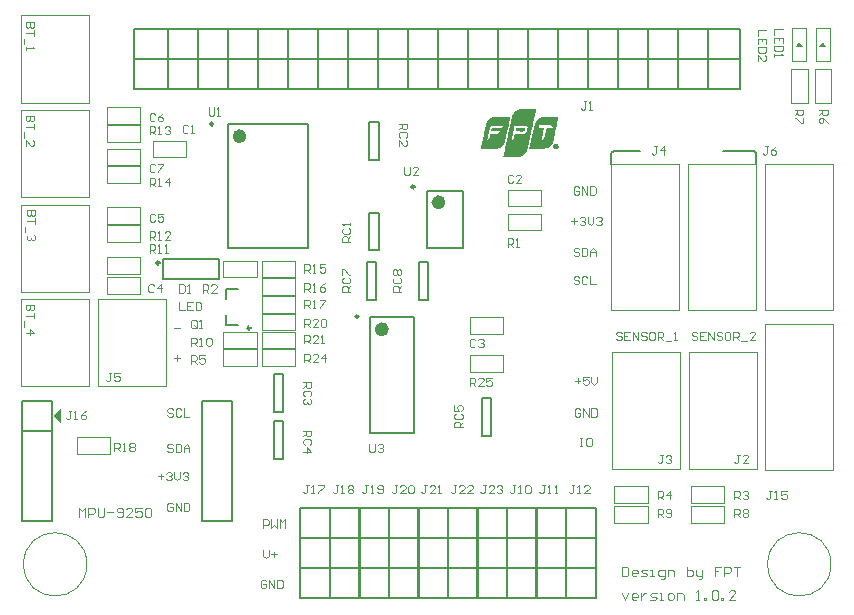
<source format=gto>
G04*
G04 #@! TF.GenerationSoftware,Altium Limited,Altium Designer,18.1.9 (240)*
G04*
G04 Layer_Color=65535*
%FSTAX24Y24*%
%MOIN*%
G70*
G01*
G75*
%ADD10C,0.0040*%
%ADD11C,0.0098*%
%ADD12C,0.0236*%
%ADD13C,0.0100*%
%ADD14C,0.0039*%
%ADD15C,0.0050*%
%ADD16C,0.0010*%
%ADD17C,0.0079*%
%ADD18R,0.0236X0.0039*%
G36*
X011325Y016331D02*
X011575Y016081D01*
Y016581D01*
X011325Y016331D01*
D02*
G37*
G36*
X036299Y028622D02*
X036063Y028622D01*
X036181Y02878D01*
X036299Y028622D01*
D02*
G37*
G36*
X037087D02*
X03685Y028622D01*
X036969Y02878D01*
X037087Y028622D01*
D02*
G37*
D10*
X037236Y011378D02*
G03*
X037236Y011378I-001055J0D01*
G01*
X012433D02*
G03*
X012433Y011378I-001055J0D01*
G01*
D11*
X017884Y019252D02*
G03*
X017884Y019252I-000049J0D01*
G01*
X023356Y023959D02*
G03*
X023356Y023959I-000049J0D01*
G01*
X016644Y026061D02*
G03*
X016644Y026061I-000049J0D01*
G01*
X021486Y019646D02*
G03*
X021486Y019646I-000049J0D01*
G01*
D12*
X024272Y023445D02*
G03*
X024272Y023445I-000118J0D01*
G01*
X017638Y02565D02*
G03*
X017638Y02565I-000118J0D01*
G01*
X022382Y019213D02*
G03*
X022382Y019213I-000118J0D01*
G01*
D13*
X014856Y02143D02*
G03*
X014856Y02143I-00005J0D01*
G01*
D14*
X014193Y026063D02*
Y026614D01*
X013091Y026063D02*
X014193D01*
X013091D02*
Y026614D01*
X014193D01*
Y024094D02*
Y024646D01*
X013091Y024094D02*
X014193D01*
X013091D02*
Y024646D01*
X014193D01*
Y022732D02*
Y023283D01*
X013091Y022732D02*
X014193D01*
X013091D02*
Y023283D01*
X014193D01*
Y020394D02*
Y020945D01*
X013091Y020394D02*
X014193D01*
X013091D02*
Y020945D01*
X014193D01*
X010236Y020441D02*
X0125D01*
Y02337D01*
X010236D02*
X0125D01*
X010236Y020441D02*
Y02337D01*
Y026756D02*
X0125D01*
Y029685D01*
X010236D02*
X0125D01*
X010236Y026756D02*
Y029685D01*
X03002Y013425D02*
X031122D01*
Y013976D01*
X03002D02*
X031122D01*
X03002Y013425D02*
Y013976D01*
X032579Y013425D02*
X033681D01*
Y013976D01*
X032579D02*
X033681D01*
X032579Y013425D02*
Y013976D01*
Y012756D02*
X033681D01*
Y013307D01*
X032579D02*
X033681D01*
X032579Y012756D02*
Y013307D01*
X013091Y024685D02*
X014193D01*
Y025236D01*
X013091D02*
X014193D01*
X013091Y024685D02*
Y025236D01*
Y025472D02*
X014193D01*
Y026024D01*
X013091D02*
X014193D01*
X013091Y025472D02*
Y026024D01*
X012106Y015606D02*
X013209D01*
X012106Y015055D02*
Y015606D01*
Y015055D02*
X013209D01*
Y015606D01*
X013091Y022126D02*
X014193D01*
Y022677D01*
X013091D02*
X014193D01*
X013091Y022126D02*
Y022677D01*
Y021063D02*
X014193D01*
Y021614D01*
X013091D02*
X014193D01*
X013091Y021063D02*
Y021614D01*
X016988Y018583D02*
X018091D01*
Y019134D01*
X016988D02*
X018091D01*
X016988Y018583D02*
Y019134D01*
X03002Y012756D02*
X031122D01*
Y013307D01*
X03002D02*
X031122D01*
X03002Y012756D02*
Y013307D01*
X035945Y029252D02*
X036417D01*
Y02815D02*
Y029252D01*
X035945Y02815D02*
X036417D01*
X035945D02*
Y029252D01*
X036732D02*
X037205D01*
Y02815D02*
Y029252D01*
X036732Y02815D02*
X037205D01*
X036732D02*
Y029252D01*
X029921Y01985D02*
X032185D01*
Y024732D01*
X029921D02*
X032185D01*
X029921Y01985D02*
Y024732D01*
X016988Y021496D02*
X018091D01*
X016988Y020945D02*
Y021496D01*
Y020945D02*
X018091D01*
Y021496D01*
X037244Y026772D02*
Y027874D01*
X036693D02*
X037244D01*
X036693Y026772D02*
Y027874D01*
Y026772D02*
X037244D01*
X036457D02*
Y027874D01*
X035906D02*
X036457D01*
X035906Y026772D02*
Y027874D01*
Y026772D02*
X036457D01*
X026476Y02252D02*
X027579D01*
Y023071D01*
X026476D02*
X027579D01*
X026476Y02252D02*
Y023071D01*
X016988Y018543D02*
X018091D01*
X016988Y017992D02*
Y018543D01*
Y017992D02*
X018091D01*
Y018543D01*
X018268Y020945D02*
X01937D01*
Y021496D01*
X018268D02*
X01937D01*
X018268Y020945D02*
Y021496D01*
Y020354D02*
X01937D01*
Y020906D01*
X018268D02*
X01937D01*
X018268Y020354D02*
Y020906D01*
Y019764D02*
X01937D01*
Y020315D01*
X018268D02*
X01937D01*
X018268Y019764D02*
Y020315D01*
Y019173D02*
X01937D01*
Y019724D01*
X018268D02*
X01937D01*
X018268Y019173D02*
Y019724D01*
Y018583D02*
X01937D01*
Y019134D01*
X018268D02*
X01937D01*
X018268Y018583D02*
Y019134D01*
Y017992D02*
X01937D01*
Y018543D01*
X018268D02*
X01937D01*
X018268Y017992D02*
Y018543D01*
X025197Y017795D02*
X026299D01*
Y018346D01*
X025197D02*
X026299D01*
X025197Y017795D02*
Y018346D01*
X014636Y025502D02*
X015738D01*
X014636Y024951D02*
Y025502D01*
Y024951D02*
X015738D01*
Y025502D01*
X026476Y023858D02*
X027579D01*
X026476Y023307D02*
Y023858D01*
Y023307D02*
X027579D01*
Y023858D01*
X025197Y019055D02*
X026299D01*
Y019606D01*
X025197D02*
X026299D01*
X025197Y019055D02*
Y019606D01*
X03248Y01985D02*
X034744D01*
Y024732D01*
X03248D02*
X034744D01*
X03248Y01985D02*
Y024732D01*
X029941Y018472D02*
X032205D01*
X029941Y014543D02*
Y018472D01*
Y014543D02*
X032205D01*
Y018472D01*
X0325D02*
X034764D01*
X0325Y014543D02*
Y018472D01*
Y014543D02*
X034764D01*
Y018472D01*
X012795Y017307D02*
Y020236D01*
X015059D01*
Y017307D02*
Y020236D01*
X012795Y017307D02*
X015059D01*
X035039Y01985D02*
X037303D01*
Y024732D01*
X035039D02*
X037303D01*
X035039Y01985D02*
Y024732D01*
X010236Y023606D02*
Y026535D01*
X0125D01*
Y023606D02*
Y026535D01*
X010236Y023606D02*
X0125D01*
X010236Y017307D02*
Y020236D01*
X0125D01*
Y017307D02*
Y020236D01*
X010236Y017307D02*
X0125D01*
X035039Y01452D02*
X037303D01*
Y019402D01*
X035039D02*
X037303D01*
X035039Y01452D02*
Y019402D01*
X014711Y026371D02*
X014665Y026417D01*
X014573D01*
X014528Y026371D01*
Y026188D01*
X014573Y026142D01*
X014665D01*
X014711Y026188D01*
X014987Y026417D02*
X014895Y026371D01*
X014803Y026279D01*
Y026188D01*
X014849Y026142D01*
X014941D01*
X014987Y026188D01*
Y026234D01*
X014941Y026279D01*
X014803D01*
X014711Y024678D02*
X014665Y024724D01*
X014573D01*
X014528Y024678D01*
Y024495D01*
X014573Y024449D01*
X014665D01*
X014711Y024495D01*
X014803Y024724D02*
X014987D01*
Y024678D01*
X014803Y024495D01*
Y024449D01*
X014711Y023025D02*
X014665Y023071D01*
X014573D01*
X014528Y023025D01*
Y022841D01*
X014573Y022795D01*
X014665D01*
X014711Y022841D01*
X014987Y023071D02*
X014803D01*
Y022933D01*
X014895Y022979D01*
X014941D01*
X014987Y022933D01*
Y022841D01*
X014941Y022795D01*
X014849D01*
X014803Y022841D01*
X014672Y020671D02*
X014626Y020716D01*
X014534D01*
X014488Y020671D01*
Y020487D01*
X014534Y020441D01*
X014626D01*
X014672Y020487D01*
X014901Y020441D02*
Y020716D01*
X014764Y020579D01*
X014947D01*
X030276Y010407D02*
X030381Y010197D01*
X030485Y010407D01*
X030748Y010197D02*
X030643D01*
X03059Y010249D01*
Y010354D01*
X030643Y010407D01*
X030748D01*
X0308Y010354D01*
Y010302D01*
X03059D01*
X030905Y010407D02*
Y010197D01*
Y010302D01*
X030958Y010354D01*
X03101Y010407D01*
X031063D01*
X03122Y010197D02*
X031378D01*
X03143Y010249D01*
X031378Y010302D01*
X031273D01*
X03122Y010354D01*
X031273Y010407D01*
X03143D01*
X031535Y010197D02*
X03164D01*
X031588D01*
Y010407D01*
X031535D01*
X03185Y010197D02*
X031955D01*
X032007Y010249D01*
Y010354D01*
X031955Y010407D01*
X03185D01*
X031797Y010354D01*
Y010249D01*
X03185Y010197D01*
X032112D02*
Y010407D01*
X03227D01*
X032322Y010354D01*
Y010197D01*
X032742D02*
X032847D01*
X032794D01*
Y010512D01*
X032742Y010459D01*
X033004Y010197D02*
Y010249D01*
X033057D01*
Y010197D01*
X033004D01*
X033267Y010459D02*
X033319Y010512D01*
X033424D01*
X033477Y010459D01*
Y010249D01*
X033424Y010197D01*
X033319D01*
X033267Y010249D01*
Y010459D01*
X033582Y010197D02*
Y010249D01*
X033634D01*
Y010197D01*
X033582D01*
X034054D02*
X033844D01*
X034054Y010407D01*
Y010459D01*
X034001Y010512D01*
X033896D01*
X033844Y010459D01*
X030276Y011299D02*
Y010984D01*
X030433D01*
X030485Y011037D01*
Y011247D01*
X030433Y011299D01*
X030276D01*
X030748Y010984D02*
X030643D01*
X03059Y011037D01*
Y011142D01*
X030643Y011194D01*
X030748D01*
X0308Y011142D01*
Y011089D01*
X03059D01*
X030905Y010984D02*
X031063D01*
X031115Y011037D01*
X031063Y011089D01*
X030958D01*
X030905Y011142D01*
X030958Y011194D01*
X031115D01*
X03122Y010984D02*
X031325D01*
X031273D01*
Y011194D01*
X03122D01*
X031588Y010879D02*
X03164D01*
X031692Y010932D01*
Y011194D01*
X031535D01*
X031483Y011142D01*
Y011037D01*
X031535Y010984D01*
X031692D01*
X031797D02*
Y011194D01*
X031955D01*
X032007Y011142D01*
Y010984D01*
X032427Y011299D02*
Y010984D01*
X032585D01*
X032637Y011037D01*
Y011089D01*
Y011142D01*
X032585Y011194D01*
X032427D01*
X032742D02*
Y011037D01*
X032794Y010984D01*
X032952D01*
Y010932D01*
X032899Y010879D01*
X032847D01*
X032952Y010984D02*
Y011194D01*
X033582Y011299D02*
X033372D01*
Y011142D01*
X033477D01*
X033372D01*
Y010984D01*
X033687D02*
Y011299D01*
X033844D01*
X033896Y011247D01*
Y011142D01*
X033844Y011089D01*
X033687D01*
X034001Y011299D02*
X034211D01*
X034106D01*
Y010984D01*
X012165Y012953D02*
Y013268D01*
X01227Y013163D01*
X012375Y013268D01*
Y012953D01*
X01248D02*
Y013268D01*
X012638D01*
X01269Y013215D01*
Y01311D01*
X012638Y013058D01*
X01248D01*
X012795Y013268D02*
Y013005D01*
X012848Y012953D01*
X012953D01*
X013005Y013005D01*
Y013268D01*
X01311Y01311D02*
X01332D01*
X013425Y013005D02*
X013477Y012953D01*
X013582D01*
X013635Y013005D01*
Y013215D01*
X013582Y013268D01*
X013477D01*
X013425Y013215D01*
Y013163D01*
X013477Y01311D01*
X013635D01*
X01395Y012953D02*
X01374D01*
X01395Y013163D01*
Y013215D01*
X013897Y013268D01*
X013792D01*
X01374Y013215D01*
X014264Y013268D02*
X014055D01*
Y01311D01*
X014159Y013163D01*
X014212D01*
X014264Y01311D01*
Y013005D01*
X014212Y012953D01*
X014107D01*
X014055Y013005D01*
X014369Y013215D02*
X014422Y013268D01*
X014527D01*
X014579Y013215D01*
Y013005D01*
X014527Y012953D01*
X014422D01*
X014369Y013005D01*
Y013215D01*
X028858Y01559D02*
X02895D01*
X028904D01*
Y015315D01*
X028858D01*
X02895D01*
X029226Y01559D02*
X029134D01*
X029088Y015545D01*
Y015361D01*
X029134Y015315D01*
X029226D01*
X029272Y015361D01*
Y015545D01*
X029226Y01559D01*
X028701Y0175D02*
X028884D01*
X028793Y017592D02*
Y017408D01*
X02916Y017638D02*
X028976D01*
Y0175D01*
X029068Y017546D01*
X029114D01*
X02916Y0175D01*
Y017408D01*
X029114Y017362D01*
X029022D01*
X028976Y017408D01*
X029252Y017638D02*
Y017454D01*
X029344Y017362D01*
X029435Y017454D01*
Y017638D01*
X028884Y016529D02*
X028839Y016575D01*
X028747D01*
X028701Y016529D01*
Y016345D01*
X028747Y016299D01*
X028839D01*
X028884Y016345D01*
Y016437D01*
X028793D01*
X028976Y016299D02*
Y016575D01*
X02916Y016299D01*
Y016575D01*
X029252D02*
Y016299D01*
X02939D01*
X029435Y016345D01*
Y016529D01*
X02939Y016575D01*
X029252D01*
X032782Y019088D02*
X032736Y019134D01*
X032644D01*
X032598Y019088D01*
Y019042D01*
X032644Y018996D01*
X032736D01*
X032782Y01895D01*
Y018904D01*
X032736Y018858D01*
X032644D01*
X032598Y018904D01*
X033058Y019134D02*
X032874D01*
Y018858D01*
X033058D01*
X032874Y018996D02*
X032966D01*
X033149Y018858D02*
Y019134D01*
X033333Y018858D01*
Y019134D01*
X033609Y019088D02*
X033563Y019134D01*
X033471D01*
X033425Y019088D01*
Y019042D01*
X033471Y018996D01*
X033563D01*
X033609Y01895D01*
Y018904D01*
X033563Y018858D01*
X033471D01*
X033425Y018904D01*
X033838Y019134D02*
X033746D01*
X0337Y019088D01*
Y018904D01*
X033746Y018858D01*
X033838D01*
X033884Y018904D01*
Y019088D01*
X033838Y019134D01*
X033976Y018858D02*
Y019134D01*
X034114D01*
X03416Y019088D01*
Y018996D01*
X034114Y01895D01*
X033976D01*
X034068D02*
X03416Y018858D01*
X034251Y018812D02*
X034435D01*
X034711Y018858D02*
X034527D01*
X034711Y019042D01*
Y019088D01*
X034665Y019134D01*
X034573D01*
X034527Y019088D01*
X030262D02*
X030216Y019134D01*
X030125D01*
X030079Y019088D01*
Y019042D01*
X030125Y018996D01*
X030216D01*
X030262Y01895D01*
Y018904D01*
X030216Y018858D01*
X030125D01*
X030079Y018904D01*
X030538Y019134D02*
X030354D01*
Y018858D01*
X030538D01*
X030354Y018996D02*
X030446D01*
X03063Y018858D02*
Y019134D01*
X030813Y018858D01*
Y019134D01*
X031089Y019088D02*
X031043Y019134D01*
X030951D01*
X030905Y019088D01*
Y019042D01*
X030951Y018996D01*
X031043D01*
X031089Y01895D01*
Y018904D01*
X031043Y018858D01*
X030951D01*
X030905Y018904D01*
X031319Y019134D02*
X031227D01*
X031181Y019088D01*
Y018904D01*
X031227Y018858D01*
X031319D01*
X031364Y018904D01*
Y019088D01*
X031319Y019134D01*
X031456Y018858D02*
Y019134D01*
X031594D01*
X03164Y019088D01*
Y018996D01*
X031594Y01895D01*
X031456D01*
X031548D02*
X03164Y018858D01*
X031732Y018812D02*
X031915D01*
X032007Y018858D02*
X032099D01*
X032053D01*
Y019134D01*
X032007Y019088D01*
X028845Y021883D02*
X028799Y021929D01*
X028707D01*
X028661Y021883D01*
Y021837D01*
X028707Y021791D01*
X028799D01*
X028845Y021745D01*
Y021699D01*
X028799Y021654D01*
X028707D01*
X028661Y021699D01*
X028937Y021929D02*
Y021654D01*
X029075D01*
X029121Y021699D01*
Y021883D01*
X029075Y021929D01*
X028937D01*
X029212Y021654D02*
Y021837D01*
X029304Y021929D01*
X029396Y021837D01*
Y021654D01*
Y021791D01*
X029212D01*
X028845Y020938D02*
X028799Y020984D01*
X028707D01*
X028661Y020938D01*
Y020892D01*
X028707Y020846D01*
X028799D01*
X028845Y0208D01*
Y020755D01*
X028799Y020709D01*
X028707D01*
X028661Y020755D01*
X029121Y020938D02*
X029075Y020984D01*
X028983D01*
X028937Y020938D01*
Y020755D01*
X028983Y020709D01*
X029075D01*
X029121Y020755D01*
X029212Y020984D02*
Y020709D01*
X029396D01*
X028583Y022815D02*
X028766D01*
X028675Y022907D02*
Y022723D01*
X028858Y022907D02*
X028904Y022953D01*
X028996D01*
X029042Y022907D01*
Y022861D01*
X028996Y022815D01*
X02895D01*
X028996D01*
X029042Y022769D01*
Y022723D01*
X028996Y022677D01*
X028904D01*
X028858Y022723D01*
X029134Y022953D02*
Y022769D01*
X029226Y022677D01*
X029317Y022769D01*
Y022953D01*
X029409Y022907D02*
X029455Y022953D01*
X029547D01*
X029593Y022907D01*
Y022861D01*
X029547Y022815D01*
X029501D01*
X029547D01*
X029593Y022769D01*
Y022723D01*
X029547Y022677D01*
X029455D01*
X029409Y022723D01*
X028845Y02393D02*
X028799Y023976D01*
X028707D01*
X028661Y02393D01*
Y023747D01*
X028707Y023701D01*
X028799D01*
X028845Y023747D01*
Y023839D01*
X028753D01*
X028937Y023701D02*
Y023976D01*
X029121Y023701D01*
Y023976D01*
X029212D02*
Y023701D01*
X02935D01*
X029396Y023747D01*
Y02393D01*
X02935Y023976D01*
X029212D01*
X010669Y020039D02*
X010394D01*
Y019902D01*
X01044Y019856D01*
X010486D01*
X010531Y019902D01*
Y020039D01*
Y019902D01*
X010577Y019856D01*
X010623D01*
X010669Y019902D01*
Y020039D01*
Y019764D02*
Y01958D01*
Y019672D01*
X010394D01*
X010348Y019488D02*
Y019305D01*
X010394Y019075D02*
X010669D01*
X010531Y019213D01*
Y019029D01*
X010709Y023189D02*
X010433D01*
Y023051D01*
X010479Y023005D01*
X010525D01*
X010571Y023051D01*
Y023189D01*
Y023051D01*
X010617Y023005D01*
X010663D01*
X010709Y023051D01*
Y023189D01*
Y022913D02*
Y02273D01*
Y022822D01*
X010433D01*
X010387Y022638D02*
Y022454D01*
X010663Y022362D02*
X010709Y022317D01*
Y022225D01*
X010663Y022179D01*
X010617D01*
X010571Y022225D01*
Y022271D01*
Y022225D01*
X010525Y022179D01*
X010479D01*
X010433Y022225D01*
Y022317D01*
X010479Y022362D01*
X010669Y026339D02*
X010394D01*
Y026201D01*
X01044Y026155D01*
X010486D01*
X010531Y026201D01*
Y026339D01*
Y026201D01*
X010577Y026155D01*
X010623D01*
X010669Y026201D01*
Y026339D01*
Y026063D02*
Y025879D01*
Y025971D01*
X010394D01*
X010348Y025788D02*
Y025604D01*
X010394Y025328D02*
Y025512D01*
X010577Y025328D01*
X010623D01*
X010669Y025374D01*
Y025466D01*
X010623Y025512D01*
X010669Y029449D02*
X010394D01*
Y029311D01*
X01044Y029265D01*
X010486D01*
X010531Y029311D01*
Y029449D01*
Y029311D01*
X010577Y029265D01*
X010623D01*
X010669Y029311D01*
Y029449D01*
Y029173D02*
Y02899D01*
Y029081D01*
X010394D01*
X010348Y028898D02*
Y028714D01*
X010394Y028622D02*
Y02853D01*
Y028576D01*
X010669D01*
X010623Y028622D01*
X015354Y018248D02*
X015538D01*
X015446Y01834D02*
Y018156D01*
X015354Y019272D02*
X015538D01*
X015512Y020118D02*
Y019843D01*
X015695D01*
X015971Y020118D02*
X015787D01*
Y019843D01*
X015971D01*
X015787Y01998D02*
X015879D01*
X016063Y020118D02*
Y019843D01*
X016201D01*
X016246Y019888D01*
Y020072D01*
X016201Y020118D01*
X016063D01*
X015302Y013379D02*
X015256Y013425D01*
X015164D01*
X015118Y013379D01*
Y013196D01*
X015164Y01315D01*
X015256D01*
X015302Y013196D01*
Y013287D01*
X01521D01*
X015394Y01315D02*
Y013425D01*
X015577Y01315D01*
Y013425D01*
X015669D02*
Y01315D01*
X015807D01*
X015853Y013196D01*
Y013379D01*
X015807Y013425D01*
X015669D01*
X014803Y014311D02*
X014987D01*
X014895Y014403D02*
Y014219D01*
X015079Y014403D02*
X015125Y014449D01*
X015216D01*
X015262Y014403D01*
Y014357D01*
X015216Y014311D01*
X01517D01*
X015216D01*
X015262Y014265D01*
Y014219D01*
X015216Y014173D01*
X015125D01*
X015079Y014219D01*
X015354Y014449D02*
Y014265D01*
X015446Y014173D01*
X015538Y014265D01*
Y014449D01*
X01563Y014403D02*
X015676Y014449D01*
X015767D01*
X015813Y014403D01*
Y014357D01*
X015767Y014311D01*
X015721D01*
X015767D01*
X015813Y014265D01*
Y014219D01*
X015767Y014173D01*
X015676D01*
X01563Y014219D01*
X015302Y016529D02*
X015256Y016575D01*
X015164D01*
X015118Y016529D01*
Y016483D01*
X015164Y016437D01*
X015256D01*
X015302Y016391D01*
Y016345D01*
X015256Y016299D01*
X015164D01*
X015118Y016345D01*
X015577Y016529D02*
X015531Y016575D01*
X01544D01*
X015394Y016529D01*
Y016345D01*
X01544Y016299D01*
X015531D01*
X015577Y016345D01*
X015669Y016575D02*
Y016299D01*
X015853D01*
X015302Y015348D02*
X015256Y015394D01*
X015164D01*
X015118Y015348D01*
Y015302D01*
X015164Y015256D01*
X015256D01*
X015302Y01521D01*
Y015164D01*
X015256Y015118D01*
X015164D01*
X015118Y015164D01*
X015394Y015394D02*
Y015118D01*
X015531D01*
X015577Y015164D01*
Y015348D01*
X015531Y015394D01*
X015394D01*
X015669Y015118D02*
Y015302D01*
X015761Y015394D01*
X015853Y015302D01*
Y015118D01*
Y015256D01*
X015669D01*
X018412Y01082D02*
X018366Y010866D01*
X018274D01*
X018228Y01082D01*
Y010636D01*
X018274Y010591D01*
X018366D01*
X018412Y010636D01*
Y010728D01*
X01832D01*
X018504Y010591D02*
Y010866D01*
X018688Y010591D01*
Y010866D01*
X018779D02*
Y010591D01*
X018917D01*
X018963Y010636D01*
Y01082D01*
X018917Y010866D01*
X018779D01*
X018307Y01185D02*
Y011667D01*
X018399Y011575D01*
X018491Y011667D01*
Y01185D01*
X018583Y011713D02*
X018766D01*
X018674Y011804D02*
Y011621D01*
X018307Y012598D02*
Y012874D01*
X018445D01*
X018491Y012828D01*
Y012736D01*
X018445Y01269D01*
X018307D01*
X018583Y012874D02*
Y012598D01*
X018674Y01269D01*
X018766Y012598D01*
Y012874D01*
X018858Y012598D02*
Y012874D01*
X01895Y012782D01*
X019042Y012874D01*
Y012598D01*
X013346Y01515D02*
Y015425D01*
X013484D01*
X01353Y01538D01*
Y015288D01*
X013484Y015242D01*
X013346D01*
X013438D02*
X01353Y01515D01*
X013622D02*
X013714D01*
X013668D01*
Y015425D01*
X013622Y01538D01*
X013852D02*
X013897Y015425D01*
X013989D01*
X014035Y01538D01*
Y015334D01*
X013989Y015288D01*
X014035Y015242D01*
Y015196D01*
X013989Y01515D01*
X013897D01*
X013852Y015196D01*
Y015242D01*
X013897Y015288D01*
X013852Y015334D01*
Y01538D01*
X013897Y015288D02*
X013989D01*
X014528Y023976D02*
Y024252D01*
X014665D01*
X014711Y024206D01*
Y024114D01*
X014665Y024068D01*
X014528D01*
X014619D02*
X014711Y023976D01*
X014803D02*
X014895D01*
X014849D01*
Y024252D01*
X014803Y024206D01*
X01517Y023976D02*
Y024252D01*
X015033Y024114D01*
X015216D01*
X014528Y025709D02*
Y025984D01*
X014665D01*
X014711Y025938D01*
Y025846D01*
X014665Y0258D01*
X014528D01*
X014619D02*
X014711Y025709D01*
X014803D02*
X014895D01*
X014849D01*
Y025984D01*
X014803Y025938D01*
X015033D02*
X015079Y025984D01*
X01517D01*
X015216Y025938D01*
Y025892D01*
X01517Y025846D01*
X015124D01*
X01517D01*
X015216Y0258D01*
Y025755D01*
X01517Y025709D01*
X015079D01*
X015033Y025755D01*
X034016Y012953D02*
Y013228D01*
X034153D01*
X034199Y013182D01*
Y013091D01*
X034153Y013045D01*
X034016D01*
X034108D02*
X034199Y012953D01*
X034291Y013182D02*
X034337Y013228D01*
X034429D01*
X034475Y013182D01*
Y013136D01*
X034429Y013091D01*
X034475Y013045D01*
Y012999D01*
X034429Y012953D01*
X034337D01*
X034291Y012999D01*
Y013045D01*
X034337Y013091D01*
X034291Y013136D01*
Y013182D01*
X034337Y013091D02*
X034429D01*
X031457Y013543D02*
Y013819D01*
X031594D01*
X03164Y013773D01*
Y013681D01*
X031594Y013635D01*
X031457D01*
X031549D02*
X03164Y013543D01*
X03187D02*
Y013819D01*
X031732Y013681D01*
X031916D01*
X034016Y013543D02*
Y013819D01*
X034153D01*
X034199Y013773D01*
Y013681D01*
X034153Y013635D01*
X034016D01*
X034108D02*
X034199Y013543D01*
X034291Y013773D02*
X034337Y013819D01*
X034429D01*
X034475Y013773D01*
Y013727D01*
X034429Y013681D01*
X034383D01*
X034429D01*
X034475Y013635D01*
Y013589D01*
X034429Y013543D01*
X034337D01*
X034291Y013589D01*
X016089Y019298D02*
Y019482D01*
X016043Y019527D01*
X015951D01*
X015906Y019482D01*
Y019298D01*
X015951Y019252D01*
X016043D01*
X015997Y019344D02*
X016089Y019252D01*
X016043D02*
X016089Y019298D01*
X016181Y019252D02*
X016273D01*
X016227D01*
Y019527D01*
X016181Y019482D01*
X014528Y022205D02*
Y02248D01*
X014665D01*
X014711Y022434D01*
Y022342D01*
X014665Y022297D01*
X014528D01*
X014619D02*
X014711Y022205D01*
X014803D02*
X014895D01*
X014849D01*
Y02248D01*
X014803Y022434D01*
X015216Y022205D02*
X015033D01*
X015216Y022388D01*
Y022434D01*
X01517Y02248D01*
X015079D01*
X015033Y022434D01*
X014528Y021772D02*
Y022047D01*
X014665D01*
X014711Y022001D01*
Y021909D01*
X014665Y021863D01*
X014528D01*
X014619D02*
X014711Y021772D01*
X014803D02*
X014895D01*
X014849D01*
Y022047D01*
X014803Y022001D01*
X015033Y021772D02*
X015124D01*
X015079D01*
Y022047D01*
X015033Y022001D01*
X015906Y018661D02*
Y018937D01*
X016043D01*
X016089Y018891D01*
Y018799D01*
X016043Y018753D01*
X015906D01*
X015997D02*
X016089Y018661D01*
X016181D02*
X016273D01*
X016227D01*
Y018937D01*
X016181Y018891D01*
X016411D02*
X016457Y018937D01*
X016548D01*
X016594Y018891D01*
Y018707D01*
X016548Y018661D01*
X016457D01*
X016411Y018707D01*
Y018891D01*
X031457Y012953D02*
Y013228D01*
X031594D01*
X03164Y013182D01*
Y013091D01*
X031594Y013045D01*
X031457D01*
X031549D02*
X03164Y012953D01*
X031732Y012999D02*
X031778Y012953D01*
X03187D01*
X031916Y012999D01*
Y013182D01*
X03187Y013228D01*
X031778D01*
X031732Y013182D01*
Y013136D01*
X031778Y013091D01*
X031916D01*
X035079Y029173D02*
X034803D01*
Y02899D01*
X035079Y028714D02*
Y028898D01*
X034803D01*
Y028714D01*
X034941Y028898D02*
Y028806D01*
X035079Y028622D02*
X034803D01*
Y028484D01*
X034849Y028439D01*
X035033D01*
X035079Y028484D01*
Y028622D01*
X034803Y028163D02*
Y028347D01*
X034987Y028163D01*
X035033D01*
X035079Y028209D01*
Y028301D01*
X035033Y028347D01*
X03563Y029213D02*
X035354D01*
Y029029D01*
X03563Y028753D02*
Y028937D01*
X035354D01*
Y028753D01*
X035492Y028937D02*
Y028845D01*
X03563Y028662D02*
X035354D01*
Y028524D01*
X0354Y028478D01*
X035584D01*
X03563Y028524D01*
Y028662D01*
X035354Y028386D02*
Y028294D01*
Y02834D01*
X03563D01*
X035584Y028386D01*
X031444Y025315D02*
X031352D01*
X031398D01*
Y025085D01*
X031352Y025039D01*
X031306D01*
X03126Y025085D01*
X031673Y025039D02*
Y025315D01*
X031535Y025177D01*
X031719D01*
X022913Y020472D02*
X022638D01*
Y02061D01*
X022684Y020656D01*
X022776D01*
X022822Y02061D01*
Y020472D01*
Y020564D02*
X022913Y020656D01*
X022684Y020932D02*
X022638Y020886D01*
Y020794D01*
X022684Y020748D01*
X022867D01*
X022913Y020794D01*
Y020886D01*
X022867Y020932D01*
X022684Y021023D02*
X022638Y021069D01*
Y021161D01*
X022684Y021207D01*
X02273D01*
X022776Y021161D01*
X022822Y021207D01*
X022867D01*
X022913Y021161D01*
Y021069D01*
X022867Y021023D01*
X022822D01*
X022776Y021069D01*
X02273Y021023D01*
X022684D01*
X022776Y021069D02*
Y021161D01*
X02122Y020472D02*
X020945D01*
Y02061D01*
X020991Y020656D01*
X021083D01*
X021129Y02061D01*
Y020472D01*
Y020564D02*
X02122Y020656D01*
X020991Y020932D02*
X020945Y020886D01*
Y020794D01*
X020991Y020748D01*
X021175D01*
X02122Y020794D01*
Y020886D01*
X021175Y020932D01*
X020945Y021023D02*
Y021207D01*
X020991D01*
X021175Y021023D01*
X02122D01*
X023015Y024635D02*
Y024405D01*
X023061Y024359D01*
X023153D01*
X023199Y024405D01*
Y024635D01*
X023474Y024359D02*
X023291D01*
X023474Y024543D01*
Y024589D01*
X023428Y024635D01*
X023337D01*
X023291Y024589D01*
X02185Y015394D02*
Y015164D01*
X021896Y015118D01*
X021988D01*
X022034Y015164D01*
Y015394D01*
X022126Y015348D02*
X022172Y015394D01*
X022264D01*
X02231Y015348D01*
Y015302D01*
X022264Y015256D01*
X022218D01*
X022264D01*
X02231Y01521D01*
Y015164D01*
X022264Y015118D01*
X022172D01*
X022126Y015164D01*
X016496Y026614D02*
Y026384D01*
X016542Y026339D01*
X016634D01*
X01668Y026384D01*
Y026614D01*
X016772Y026339D02*
X016863D01*
X016817D01*
Y026614D01*
X016772Y026568D01*
X024961Y015945D02*
X024685D01*
Y016083D01*
X024731Y016129D01*
X024823D01*
X024869Y016083D01*
Y015945D01*
Y016037D02*
X024961Y016129D01*
X024731Y016404D02*
X024685Y016358D01*
Y016266D01*
X024731Y01622D01*
X024915D01*
X024961Y016266D01*
Y016358D01*
X024915Y016404D01*
X024685Y01668D02*
Y016496D01*
X024823D01*
X024777Y016588D01*
Y016634D01*
X024823Y01668D01*
X024915D01*
X024961Y016634D01*
Y016542D01*
X024915Y016496D01*
X019646Y015827D02*
X019921D01*
Y015689D01*
X019875Y015643D01*
X019783D01*
X019737Y015689D01*
Y015827D01*
Y015735D02*
X019646Y015643D01*
X019875Y015368D02*
X019921Y015414D01*
Y015505D01*
X019875Y015551D01*
X019692D01*
X019646Y015505D01*
Y015414D01*
X019692Y015368D01*
X019646Y015138D02*
X019921D01*
X019783Y015276D01*
Y015092D01*
X019646Y017441D02*
X019921D01*
Y017303D01*
X019875Y017257D01*
X019783D01*
X019737Y017303D01*
Y017441D01*
Y017349D02*
X019646Y017257D01*
X019875Y016982D02*
X019921Y017028D01*
Y01712D01*
X019875Y017165D01*
X019692D01*
X019646Y01712D01*
Y017028D01*
X019692Y016982D01*
X019875Y01689D02*
X019921Y016844D01*
Y016752D01*
X019875Y016706D01*
X019829D01*
X019783Y016752D01*
Y016798D01*
Y016752D01*
X019737Y016706D01*
X019692D01*
X019646Y016752D01*
Y016844D01*
X019692Y01689D01*
X02122Y022126D02*
X020945D01*
Y022264D01*
X020991Y02231D01*
X021083D01*
X021129Y022264D01*
Y022126D01*
Y022218D02*
X02122Y02231D01*
X020991Y022585D02*
X020945Y022539D01*
Y022447D01*
X020991Y022401D01*
X021175D01*
X02122Y022447D01*
Y022539D01*
X021175Y022585D01*
X02122Y022677D02*
Y022769D01*
Y022723D01*
X020945D01*
X020991Y022677D01*
X022835Y026063D02*
X02311D01*
Y025925D01*
X023064Y025879D01*
X022972D01*
X022926Y025925D01*
Y026063D01*
Y025971D02*
X022835Y025879D01*
X023064Y025604D02*
X02311Y02565D01*
Y025742D01*
X023064Y025787D01*
X022881D01*
X022835Y025742D01*
Y02565D01*
X022881Y025604D01*
X022835Y025328D02*
Y025512D01*
X023018Y025328D01*
X023064D01*
X02311Y025374D01*
Y025466D01*
X023064Y025512D01*
X025197Y017323D02*
Y017598D01*
X025335D01*
X025381Y017552D01*
Y017461D01*
X025335Y017415D01*
X025197D01*
X025289D02*
X025381Y017323D01*
X025656D02*
X025472D01*
X025656Y017507D01*
Y017552D01*
X02561Y017598D01*
X025518D01*
X025472Y017552D01*
X025932Y017598D02*
X025748D01*
Y017461D01*
X02584Y017507D01*
X025886D01*
X025932Y017461D01*
Y017369D01*
X025886Y017323D01*
X025794D01*
X025748Y017369D01*
X019685Y01811D02*
Y018386D01*
X019823D01*
X019869Y01834D01*
Y018248D01*
X019823Y018202D01*
X019685D01*
X019777D02*
X019869Y01811D01*
X020144D02*
X019961D01*
X020144Y018294D01*
Y01834D01*
X020098Y018386D01*
X020006D01*
X019961Y01834D01*
X020374Y01811D02*
Y018386D01*
X020236Y018248D01*
X02042D01*
X019685Y01874D02*
Y019016D01*
X019823D01*
X019869Y01897D01*
Y018878D01*
X019823Y018832D01*
X019685D01*
X019777D02*
X019869Y01874D01*
X020144D02*
X019961D01*
X020144Y018924D01*
Y01897D01*
X020098Y019016D01*
X020006D01*
X019961Y01897D01*
X020236Y01874D02*
X020328D01*
X020282D01*
Y019016D01*
X020236Y01897D01*
X019685Y019291D02*
Y019567D01*
X019823D01*
X019869Y019521D01*
Y019429D01*
X019823Y019383D01*
X019685D01*
X019777D02*
X019869Y019291D01*
X020144D02*
X019961D01*
X020144Y019475D01*
Y019521D01*
X020098Y019567D01*
X020006D01*
X019961Y019521D01*
X020236D02*
X020282Y019567D01*
X020374D01*
X02042Y019521D01*
Y019337D01*
X020374Y019291D01*
X020282D01*
X020236Y019337D01*
Y019521D01*
X019685Y019921D02*
Y020197D01*
X019823D01*
X019869Y020151D01*
Y020059D01*
X019823Y020013D01*
X019685D01*
X019777D02*
X019869Y019921D01*
X019961D02*
X020052D01*
X020006D01*
Y020197D01*
X019961Y020151D01*
X02019Y020197D02*
X020374D01*
Y020151D01*
X02019Y019967D01*
Y019921D01*
X019685Y020472D02*
Y020748D01*
X019823D01*
X019869Y020702D01*
Y02061D01*
X019823Y020564D01*
X019685D01*
X019777D02*
X019869Y020472D01*
X019961D02*
X020052D01*
X020006D01*
Y020748D01*
X019961Y020702D01*
X020374Y020748D02*
X020282Y020702D01*
X02019Y02061D01*
Y020518D01*
X020236Y020472D01*
X020328D01*
X020374Y020518D01*
Y020564D01*
X020328Y02061D01*
X02019D01*
X019685Y021102D02*
Y021378D01*
X019823D01*
X019869Y021332D01*
Y02124D01*
X019823Y021194D01*
X019685D01*
X019777D02*
X019869Y021102D01*
X019961D02*
X020052D01*
X020006D01*
Y021378D01*
X019961Y021332D01*
X020374Y021378D02*
X02019D01*
Y02124D01*
X020282Y021286D01*
X020328D01*
X020374Y02124D01*
Y021148D01*
X020328Y021102D01*
X020236D01*
X02019Y021148D01*
X015906Y018071D02*
Y018346D01*
X016043D01*
X016089Y0183D01*
Y018209D01*
X016043Y018163D01*
X015906D01*
X015997D02*
X016089Y018071D01*
X016365Y018346D02*
X016181D01*
Y018209D01*
X016273Y018255D01*
X016319D01*
X016365Y018209D01*
Y018117D01*
X016319Y018071D01*
X016227D01*
X016181Y018117D01*
X026457Y021969D02*
Y022244D01*
X026594D01*
X02664Y022198D01*
Y022106D01*
X026594Y02206D01*
X026457D01*
X026549D02*
X02664Y021969D01*
X026732D02*
X026824D01*
X026778D01*
Y022244D01*
X026732Y022198D01*
X036024Y026535D02*
X036299D01*
Y026398D01*
X036253Y026352D01*
X036161D01*
X036115Y026398D01*
Y026535D01*
Y026444D02*
X036024Y026352D01*
X036299Y02626D02*
Y026076D01*
X036253D01*
X03607Y02626D01*
X036024D01*
X03685Y026535D02*
X037126D01*
Y026398D01*
X03708Y026352D01*
X036988D01*
X036942Y026398D01*
Y026535D01*
Y026444D02*
X03685Y026352D01*
X037126Y026076D02*
X03708Y026168D01*
X036988Y02626D01*
X036896D01*
X03685Y026214D01*
Y026122D01*
X036896Y026076D01*
X036942D01*
X036988Y026122D01*
Y02626D01*
X016299Y020433D02*
Y020709D01*
X016437D01*
X016483Y020663D01*
Y020571D01*
X016437Y020525D01*
X016299D01*
X016391D02*
X016483Y020433D01*
X016758D02*
X016575D01*
X016758Y020617D01*
Y020663D01*
X016712Y020709D01*
X016621D01*
X016575Y020663D01*
X027703Y014016D02*
X027612D01*
X027657D01*
Y013786D01*
X027612Y01374D01*
X027566D01*
X02752Y013786D01*
X027795Y01374D02*
X027887D01*
X027841D01*
Y014016D01*
X027795Y01397D01*
X028025Y01374D02*
X028117D01*
X028071D01*
Y014016D01*
X028025Y01397D01*
X026719Y014016D02*
X026627D01*
X026673D01*
Y013786D01*
X026627Y01374D01*
X026581D01*
X026535Y013786D01*
X026811Y01374D02*
X026903D01*
X026857D01*
Y014016D01*
X026811Y01397D01*
X027041D02*
X027086Y014016D01*
X027178D01*
X027224Y01397D01*
Y013786D01*
X027178Y01374D01*
X027086D01*
X027041Y013786D01*
Y01397D01*
X025735Y014016D02*
X025643D01*
X025689D01*
Y013786D01*
X025643Y01374D01*
X025597D01*
X025551Y013786D01*
X02601Y01374D02*
X025827D01*
X02601Y013924D01*
Y01397D01*
X025964Y014016D01*
X025873D01*
X025827Y01397D01*
X026102D02*
X026148Y014016D01*
X02624D01*
X026286Y01397D01*
Y013924D01*
X02624Y013878D01*
X026194D01*
X02624D01*
X026286Y013832D01*
Y013786D01*
X02624Y01374D01*
X026148D01*
X026102Y013786D01*
X024751Y014016D02*
X024659D01*
X024705D01*
Y013786D01*
X024659Y01374D01*
X024613D01*
X024567Y013786D01*
X025026Y01374D02*
X024842D01*
X025026Y013924D01*
Y01397D01*
X02498Y014016D01*
X024888D01*
X024842Y01397D01*
X025302Y01374D02*
X025118D01*
X025302Y013924D01*
Y01397D01*
X025256Y014016D01*
X025164D01*
X025118Y01397D01*
X023766Y014016D02*
X023675D01*
X02372D01*
Y013786D01*
X023675Y01374D01*
X023629D01*
X023583Y013786D01*
X024042Y01374D02*
X023858D01*
X024042Y013924D01*
Y01397D01*
X023996Y014016D01*
X023904D01*
X023858Y01397D01*
X024134Y01374D02*
X024226D01*
X02418D01*
Y014016D01*
X024134Y01397D01*
X022782Y014016D02*
X02269D01*
X022736D01*
Y013786D01*
X02269Y01374D01*
X022644D01*
X022598Y013786D01*
X023058Y01374D02*
X022874D01*
X023058Y013924D01*
Y01397D01*
X023012Y014016D01*
X02292D01*
X022874Y01397D01*
X023149D02*
X023195Y014016D01*
X023287D01*
X023333Y01397D01*
Y013786D01*
X023287Y01374D01*
X023195D01*
X023149Y013786D01*
Y01397D01*
X021798Y014016D02*
X021706D01*
X021752D01*
Y013786D01*
X021706Y01374D01*
X02166D01*
X021614Y013786D01*
X02189Y01374D02*
X021982D01*
X021936D01*
Y014016D01*
X02189Y01397D01*
X022119Y013786D02*
X022165Y01374D01*
X022257D01*
X022303Y013786D01*
Y01397D01*
X022257Y014016D01*
X022165D01*
X022119Y01397D01*
Y013924D01*
X022165Y013878D01*
X022303D01*
X020814Y014016D02*
X020722D01*
X020768D01*
Y013786D01*
X020722Y01374D01*
X020676D01*
X02063Y013786D01*
X020905Y01374D02*
X020997D01*
X020951D01*
Y014016D01*
X020905Y01397D01*
X021135D02*
X021181Y014016D01*
X021273D01*
X021319Y01397D01*
Y013924D01*
X021273Y013878D01*
X021319Y013832D01*
Y013786D01*
X021273Y01374D01*
X021181D01*
X021135Y013786D01*
Y013832D01*
X021181Y013878D01*
X021135Y013924D01*
Y01397D01*
X021181Y013878D02*
X021273D01*
X019829Y014016D02*
X019737D01*
X019783D01*
Y013786D01*
X019737Y01374D01*
X019692D01*
X019646Y013786D01*
X019921Y01374D02*
X020013D01*
X019967D01*
Y014016D01*
X019921Y01397D01*
X020151Y014016D02*
X020334D01*
Y01397D01*
X020151Y013786D01*
Y01374D01*
X011916Y016496D02*
X011824D01*
X01187D01*
Y016266D01*
X011824Y01622D01*
X011778D01*
X011732Y016266D01*
X012008Y01622D02*
X0121D01*
X012054D01*
Y016496D01*
X012008Y01645D01*
X012421Y016496D02*
X012329Y01645D01*
X012237Y016358D01*
Y016266D01*
X012283Y01622D01*
X012375D01*
X012421Y016266D01*
Y016312D01*
X012375Y016358D01*
X012237D01*
X035262Y013819D02*
X035171D01*
X035216D01*
Y013589D01*
X035171Y013543D01*
X035125D01*
X035079Y013589D01*
X035354Y013543D02*
X035446D01*
X0354D01*
Y013819D01*
X035354Y013773D01*
X035767Y013819D02*
X035584D01*
Y013681D01*
X035676Y013727D01*
X035722D01*
X035767Y013681D01*
Y013589D01*
X035722Y013543D01*
X03563D01*
X035584Y013589D01*
X028688Y014016D02*
X028596D01*
X028642D01*
Y013786D01*
X028596Y01374D01*
X02855D01*
X028504Y013786D01*
X028779Y01374D02*
X028871D01*
X028825D01*
Y014016D01*
X028779Y01397D01*
X029193Y01374D02*
X029009D01*
X029193Y013924D01*
Y01397D01*
X029147Y014016D01*
X029055D01*
X029009Y01397D01*
X035144Y025315D02*
X035052D01*
X035098D01*
Y025085D01*
X035052Y025039D01*
X035007D01*
X034961Y025085D01*
X03542Y025315D02*
X035328Y025269D01*
X035236Y025177D01*
Y025085D01*
X035282Y025039D01*
X035374D01*
X03542Y025085D01*
Y025131D01*
X035374Y025177D01*
X035236D01*
X013255Y017756D02*
X013163D01*
X013209D01*
Y017526D01*
X013163Y01748D01*
X013117D01*
X013071Y017526D01*
X01353Y017756D02*
X013346D01*
Y017618D01*
X013438Y017664D01*
X013484D01*
X01353Y017618D01*
Y017526D01*
X013484Y01748D01*
X013392D01*
X013346Y017526D01*
X03164Y015016D02*
X031549D01*
X031594D01*
Y014786D01*
X031549Y01474D01*
X031503D01*
X031457Y014786D01*
X031732Y01497D02*
X031778Y015016D01*
X03187D01*
X031916Y01497D01*
Y014924D01*
X03187Y014878D01*
X031824D01*
X03187D01*
X031916Y014832D01*
Y014786D01*
X03187Y01474D01*
X031778D01*
X031732Y014786D01*
X034199Y015031D02*
X034108D01*
X034153D01*
Y014802D01*
X034108Y014756D01*
X034062D01*
X034016Y014802D01*
X034475Y014756D02*
X034291D01*
X034475Y01494D01*
Y014985D01*
X034429Y015031D01*
X034337D01*
X034291Y014985D01*
X029081Y026811D02*
X028989D01*
X029035D01*
Y026581D01*
X028989Y026535D01*
X028944D01*
X028898Y026581D01*
X029173Y026535D02*
X029265D01*
X029219D01*
Y026811D01*
X029173Y026765D01*
X015512Y020709D02*
Y020433D01*
X01565D01*
X015695Y020479D01*
Y020663D01*
X01565Y020709D01*
X015512D01*
X015787Y020433D02*
X015879D01*
X015833D01*
Y020709D01*
X015787Y020663D01*
X025381Y018852D02*
X025335Y018898D01*
X025243D01*
X025197Y018852D01*
Y018668D01*
X025243Y018622D01*
X025335D01*
X025381Y018668D01*
X025472Y018852D02*
X025518Y018898D01*
X02561D01*
X025656Y018852D01*
Y018806D01*
X02561Y01876D01*
X025564D01*
X02561D01*
X025656Y018714D01*
Y018668D01*
X02561Y018622D01*
X025518D01*
X025472Y018668D01*
X02664Y024324D02*
X026594Y02437D01*
X026503D01*
X026457Y024324D01*
Y02414D01*
X026503Y024094D01*
X026594D01*
X02664Y02414D01*
X026916Y024094D02*
X026732D01*
X026916Y024278D01*
Y024324D01*
X02687Y02437D01*
X026778D01*
X026732Y024324D01*
X015806Y025978D02*
X01576Y026024D01*
X015668D01*
X015622Y025978D01*
Y025794D01*
X015668Y025748D01*
X01576D01*
X015806Y025794D01*
X015898Y025748D02*
X015989D01*
X015943D01*
Y026024D01*
X015898Y025978D01*
D15*
X029921Y025079D02*
X03Y025157D01*
X030866D01*
X029921Y024732D02*
Y025079D01*
X033622Y025157D02*
X034685D01*
X034744Y025098D01*
Y024732D02*
Y025098D01*
X016826Y02089D02*
Y02155D01*
X014986D02*
X016826D01*
X014986Y02089D02*
Y02155D01*
Y02089D02*
X016826D01*
D16*
X026867Y026554D02*
X027367D01*
X026837Y026544D02*
X027367D01*
X026807Y026534D02*
X027367D01*
X026787Y026524D02*
X027367D01*
X026767Y026514D02*
X027367D01*
X026747Y026504D02*
X027367D01*
X026737Y026494D02*
X027357D01*
X026717Y026484D02*
X027357D01*
X026707Y026474D02*
X027357D01*
X026697Y026464D02*
X027357D01*
X026687Y026454D02*
X027347D01*
X026677Y026444D02*
X027347D01*
X026667Y026434D02*
X027347D01*
X026657Y026424D02*
X027347D01*
X026657Y026414D02*
X027337D01*
X026647Y026404D02*
X027337D01*
X026647Y026394D02*
X027337D01*
X026637Y026384D02*
X027337D01*
X026627Y026374D02*
X027337D01*
X026627Y026364D02*
X027327D01*
X026627Y026354D02*
X027327D01*
X026617Y026344D02*
X027327D01*
X026617Y026334D02*
X027327D01*
X026617Y026324D02*
X027327D01*
X026607Y026314D02*
X027317D01*
X026607Y026304D02*
X027317D01*
X026007Y026294D02*
X026517D01*
X026607D02*
X027317D01*
X025977Y026284D02*
X026517D01*
X026597D02*
X027317D01*
X027637D02*
X028117D01*
X025937Y026274D02*
X026517D01*
X026597D02*
X027307D01*
X027587D02*
X028107D01*
X025917Y026264D02*
X026517D01*
X026597D02*
X027307D01*
X027547D02*
X028107D01*
X025897Y026254D02*
X026507D01*
X026597D02*
X027307D01*
X027537D02*
X028107D01*
X025887Y026244D02*
X026507D01*
X026597D02*
X027307D01*
X027517D02*
X028107D01*
X025867Y026234D02*
X026507D01*
X026587D02*
X027307D01*
X027497D02*
X028107D01*
X025857Y026224D02*
X026507D01*
X026587D02*
X027297D01*
X027487D02*
X028107D01*
X025847Y026214D02*
X026497D01*
X026587D02*
X027297D01*
X027477D02*
X028107D01*
X025837Y026204D02*
X026497D01*
X026587D02*
X027297D01*
X027457D02*
X028107D01*
X025827Y026194D02*
X026497D01*
X026577D02*
X027297D01*
X027457D02*
X028097D01*
X025817Y026184D02*
X026497D01*
X026577D02*
X027287D01*
X027437D02*
X028087D01*
X025807Y026174D02*
X026487D01*
X026577D02*
X027287D01*
X027437D02*
X028097D01*
X025797Y026164D02*
X026487D01*
X026577D02*
X027287D01*
X027417D02*
X028087D01*
X025787Y026154D02*
X026487D01*
X026577D02*
X027287D01*
X027417D02*
X028087D01*
X025787Y026144D02*
X026487D01*
X026567D02*
X027287D01*
X027407D02*
X028077D01*
X025777Y026134D02*
X026487D01*
X026567D02*
X027277D01*
X027397D02*
X028077D01*
X025767Y026124D02*
X026477D01*
X026567D02*
X027277D01*
X027397D02*
X028077D01*
X025767Y026114D02*
X026477D01*
X026567D02*
X027277D01*
X027397D02*
X028077D01*
X025757Y026104D02*
X026477D01*
X026567D02*
X027277D01*
X027397D02*
X028077D01*
X025757Y026094D02*
X026477D01*
X026557D02*
X027277D01*
X027377D02*
X028077D01*
X025747Y026084D02*
X026467D01*
X026557D02*
X027277D01*
X027377D02*
X028077D01*
X025747Y026074D02*
X026467D01*
X026557D02*
X027267D01*
X027377D02*
X028067D01*
X025747Y026064D02*
X026467D01*
X026557D02*
X027267D01*
X027377D02*
X028067D01*
X025747Y026054D02*
X026467D01*
X026547D02*
X027267D01*
X027377D02*
X028067D01*
X025737Y026044D02*
X026467D01*
X026547D02*
X027257D01*
X027367D02*
X028067D01*
X025737Y026034D02*
X026457D01*
X026547D02*
X027257D01*
X027367D02*
X027467D01*
X027907D02*
X028067D01*
X025737Y026024D02*
X025917D01*
X026347D02*
X026457D01*
X026547D02*
X026657D01*
X027077D02*
X027257D01*
X027357D02*
X027467D01*
X027917D02*
X028067D01*
X025737Y026014D02*
X025897D01*
X026347D02*
X026457D01*
X026537D02*
X026657D01*
X027087D02*
X027257D01*
X027357D02*
X027467D01*
X027927D02*
X028067D01*
X025727Y026004D02*
X025877D01*
X026337D02*
X026457D01*
X026537D02*
X026647D01*
X027107D02*
X027257D01*
X027357D02*
X027467D01*
X027937D02*
X028057D01*
X025727Y025994D02*
X025867D01*
X026337D02*
X026447D01*
X026537D02*
X026647D01*
X027107D02*
X027247D01*
X027357D02*
X027467D01*
X027947D02*
X028057D01*
X025727Y025984D02*
X025857D01*
X026327D02*
X026447D01*
X026537D02*
X026647D01*
X027117D02*
X027247D01*
X027347D02*
X027467D01*
X027967D02*
X028047D01*
X025727Y025974D02*
X025847D01*
X026317D02*
X026447D01*
X026537D02*
X026647D01*
X027117D02*
X027247D01*
X027347D02*
X027467D01*
X027967D02*
X028047D01*
X025727Y025964D02*
X025847D01*
X026307D02*
X026447D01*
X026527D02*
X026647D01*
X027127D02*
X027247D01*
X027337D02*
X027467D01*
X027957D02*
X028047D01*
X025717Y025954D02*
X025837D01*
X026297D02*
X026437D01*
X026527D02*
X026637D01*
X027127D02*
X027237D01*
X027337D02*
X027477D01*
X027967D02*
X028037D01*
X025717Y025944D02*
X025837D01*
X026287D02*
X026437D01*
X026527D02*
X026637D01*
X027127D02*
X027237D01*
X027337D02*
X027487D01*
X027967D02*
X028037D01*
X025717Y025934D02*
X025827D01*
X026267D02*
X026437D01*
X026527D02*
X026637D01*
X027127D02*
X027237D01*
X027337D02*
X027487D01*
X027957D02*
X028037D01*
X025717Y025924D02*
X025827D01*
X025927D02*
X026437D01*
X026527D02*
X026637D01*
X026737D02*
X027017D01*
X027117D02*
X027237D01*
X027337D02*
X027507D01*
X027527D02*
X027557D01*
X027757D02*
X027957D01*
X027967D02*
X028037D01*
X025717Y025914D02*
X025827D01*
X025927D02*
X026437D01*
X026517D02*
X026637D01*
X026737D02*
X027017D01*
X027117D02*
X027237D01*
X027337D02*
X027637D01*
X027757D02*
X028037D01*
X025707Y025904D02*
X025827D01*
X025927D02*
X026427D01*
X026517D02*
X026627D01*
X026737D02*
X027017D01*
X027117D02*
X027227D01*
X027337D02*
X027627D01*
X027757D02*
X028037D01*
X025707Y025894D02*
X025817D01*
X025927D02*
X026427D01*
X026517D02*
X026627D01*
X026737D02*
X027007D01*
X027117D02*
X027227D01*
X027327D02*
X027627D01*
X027757D02*
X028037D01*
X025707Y025884D02*
X025817D01*
X025927D02*
X026427D01*
X026517D02*
X026627D01*
X026727D02*
X027007D01*
X027117D02*
X027227D01*
X027327D02*
X027627D01*
X027747D02*
X028027D01*
X025707Y025874D02*
X025817D01*
X025917D02*
X026427D01*
X026517D02*
X026627D01*
X026727D02*
X027007D01*
X027107D02*
X027227D01*
X027327D02*
X027617D01*
X027747D02*
X028027D01*
X025697Y025864D02*
X025817D01*
X025917D02*
X026417D01*
X026507D02*
X026627D01*
X026727D02*
X027007D01*
X027107D02*
X027217D01*
X027327D02*
X027617D01*
X027747D02*
X028017D01*
X025697Y025854D02*
X025817D01*
X025917D02*
X026417D01*
X026507D02*
X026627D01*
X026727D02*
X027007D01*
X027107D02*
X027217D01*
X027327D02*
X027617D01*
X027737D02*
X028017D01*
X025697Y025844D02*
X025807D01*
X025917D02*
X026417D01*
X026507D02*
X026617D01*
X026727D02*
X026997D01*
X027107D02*
X027217D01*
X027317D02*
X027617D01*
X027737D02*
X028017D01*
X025697Y025834D02*
X025807D01*
X026217D02*
X026417D01*
X026507D02*
X026617D01*
X026867D02*
X026927D01*
X027107D02*
X027217D01*
X027317D02*
X027617D01*
X027737D02*
X028017D01*
X025697Y025824D02*
X025807D01*
X026217D02*
X026417D01*
X026497D02*
X026617D01*
X027097D02*
X027217D01*
X027317D02*
X027617D01*
X027737D02*
X028017D01*
X025687Y025814D02*
X025807D01*
X026217D02*
X026407D01*
X026497D02*
X026617D01*
X027097D02*
X027207D01*
X027317D02*
X027607D01*
X027737D02*
X028017D01*
X025687Y025804D02*
X025807D01*
X026207D02*
X026407D01*
X026497D02*
X026617D01*
X027087D02*
X027207D01*
X027307D02*
X027607D01*
X027727D02*
X028017D01*
X025687Y025794D02*
X025797D01*
X026207D02*
X026407D01*
X026497D02*
X026607D01*
X027087D02*
X027207D01*
X027307D02*
X027607D01*
X027727D02*
X028007D01*
X025687Y025784D02*
X025797D01*
X026197D02*
X026407D01*
X026497D02*
X026607D01*
X027077D02*
X027207D01*
X027297D02*
X027597D01*
X027727D02*
X028007D01*
X025677Y025774D02*
X025797D01*
X026187D02*
X026397D01*
X026487D02*
X026607D01*
X027067D02*
X027197D01*
X027297D02*
X027597D01*
X027727D02*
X028007D01*
X025677Y025764D02*
X025797D01*
X026177D02*
X026397D01*
X026487D02*
X026607D01*
X027057D02*
X027197D01*
X027297D02*
X027597D01*
X027717D02*
X027997D01*
X025677Y025754D02*
X025797D01*
X026157D02*
X026397D01*
X026487D02*
X026607D01*
X027047D02*
X027197D01*
X027297D02*
X027597D01*
X027717D02*
X027997D01*
X025677Y025744D02*
X025787D01*
X026147D02*
X026397D01*
X026487D02*
X026597D01*
X027027D02*
X027197D01*
X027297D02*
X027597D01*
X027717D02*
X027997D01*
X025677Y025734D02*
X025787D01*
X026117D02*
X026387D01*
X026477D02*
X026597D01*
X027007D02*
X027197D01*
X027287D02*
X027597D01*
X027717D02*
X027997D01*
X025667Y025724D02*
X025787D01*
X025887D02*
X026387D01*
X026477D02*
X026597D01*
X026697D02*
X027197D01*
X027287D02*
X027587D01*
X027717D02*
X027997D01*
X025667Y025714D02*
X025787D01*
X025887D02*
X026387D01*
X026477D02*
X026597D01*
X026697D02*
X027197D01*
X027287D02*
X027587D01*
X027717D02*
X027997D01*
X025667Y025704D02*
X025777D01*
X025887D02*
X026387D01*
X026477D02*
X026597D01*
X026697D02*
X027187D01*
X027277D02*
X027587D01*
X027717D02*
X027997D01*
X025667Y025694D02*
X025777D01*
X025877D02*
X026387D01*
X026477D02*
X026587D01*
X026697D02*
X027187D01*
X027287D02*
X027597D01*
X027717D02*
X027987D01*
X025657Y025684D02*
X025777D01*
X025877D02*
X026377D01*
X026467D02*
X026587D01*
X026697D02*
X027187D01*
X027277D02*
X027577D01*
X027717D02*
X027987D01*
X025657Y025674D02*
X025777D01*
X025877D02*
X026377D01*
X026467D02*
X026587D01*
X026687D02*
X027187D01*
X027277D02*
X027577D01*
X027717D02*
X027987D01*
X025657Y025664D02*
X025777D01*
X025877D02*
X026377D01*
X026467D02*
X026587D01*
X026687D02*
X027177D01*
X027267D02*
X027577D01*
X027707D02*
X027987D01*
X025657Y025654D02*
X025767D01*
X025877D02*
X026377D01*
X026467D02*
X026587D01*
X026687D02*
X027177D01*
X027267D02*
X027577D01*
X027697D02*
X027987D01*
X025657Y025644D02*
X025767D01*
X025867D02*
X026367D01*
X026457D02*
X026577D01*
X026687D02*
X027177D01*
X027267D02*
X027577D01*
X027697D02*
X027977D01*
X025647Y025634D02*
X025767D01*
X025867D02*
X026367D01*
X026457D02*
X026577D01*
X026687D02*
X027177D01*
X027267D02*
X027567D01*
X027697D02*
X027977D01*
X025647Y025624D02*
X025767D01*
X025867D02*
X026367D01*
X026457D02*
X026577D01*
X026677D02*
X027177D01*
X027267D02*
X027567D01*
X027697D02*
X027977D01*
X025647Y025614D02*
X025757D01*
X025867D02*
X026367D01*
X026457D02*
X026577D01*
X026677D02*
X027167D01*
X027267D02*
X027567D01*
X027687D02*
X027977D01*
X025647Y025604D02*
X025757D01*
X025857D02*
X026357D01*
X026457D02*
X026577D01*
X026677D02*
X027167D01*
X027267D02*
X027567D01*
X027687D02*
X027977D01*
X025647Y025594D02*
X025757D01*
X025857D02*
X026357D01*
X026447D02*
X026567D01*
X026667D02*
X027167D01*
X027257D02*
X027567D01*
X027687D02*
X027967D01*
X025637Y025584D02*
X025757D01*
X025847D02*
X026357D01*
X026447D02*
X026567D01*
X026667D02*
X027157D01*
X027257D02*
X027557D01*
X027667D02*
X027967D01*
X025637Y025574D02*
X025757D01*
X025847D02*
X026357D01*
X026447D02*
X026567D01*
X026657D02*
X027157D01*
X027247D02*
X027557D01*
X027667D02*
X027967D01*
X025637Y025564D02*
X025747D01*
X025837D02*
X026347D01*
X026447D02*
X026567D01*
X026647D02*
X027157D01*
X027247D02*
X027557D01*
X027657D02*
X027967D01*
X025637Y025554D02*
X025747D01*
X025827D02*
X026347D01*
X026447D02*
X026567D01*
X026637D02*
X027157D01*
X027247D02*
X027557D01*
X027657D02*
X027967D01*
X025627Y025544D02*
X025747D01*
X025817D02*
X026347D01*
X026437D02*
X026557D01*
X026627D02*
X027157D01*
X027247D02*
X027557D01*
X027637D02*
X027957D01*
X025627Y025534D02*
X025747D01*
X025797D02*
X026347D01*
X026437D02*
X026557D01*
X026617D02*
X027147D01*
X027247D02*
X027547D01*
X027637D02*
X027957D01*
X025627Y025524D02*
X025747D01*
X025777D02*
X026347D01*
X026437D02*
X026557D01*
X026597D02*
X027147D01*
X027237D02*
X027547D01*
X027627D02*
X027957D01*
X025627Y025514D02*
X026337D01*
X026437D02*
X027147D01*
X027237D02*
X027547D01*
X027587D02*
X027957D01*
X025627Y025504D02*
X026337D01*
X026427D02*
X027147D01*
X027237D02*
X027947D01*
X025617Y025494D02*
X026337D01*
X026427D02*
X027147D01*
X027237D02*
X027947D01*
X025617Y025484D02*
X026337D01*
X026427D02*
X027137D01*
X027237D02*
X027947D01*
X025617Y025474D02*
X026327D01*
X026427D02*
X027137D01*
X027227D02*
X027947D01*
X025617Y025464D02*
X026327D01*
X026427D02*
X027137D01*
X027227D02*
X027937D01*
X025607Y025454D02*
X026327D01*
X026417D02*
X027137D01*
X027227D02*
X027937D01*
X025607Y025444D02*
X026317D01*
X026417D02*
X027127D01*
X027227D02*
X027927D01*
X025607Y025434D02*
X026317D01*
X026417D02*
X027127D01*
X027217D02*
X027927D01*
X025607Y025424D02*
X026307D01*
X026417D02*
X027127D01*
X027217D02*
X027917D01*
X025607Y025414D02*
X026307D01*
X026407D02*
X027127D01*
X027217D02*
X027917D01*
X025597Y025404D02*
X026297D01*
X026407D02*
X027127D01*
X027217D02*
X027907D01*
X025597Y025394D02*
X026287D01*
X026407D02*
X027117D01*
X027207D02*
X027907D01*
X025597Y025384D02*
X026287D01*
X026407D02*
X027117D01*
X027207D02*
X027897D01*
X028027D02*
X028077D01*
X025597Y025374D02*
X026277D01*
X026407D02*
X027117D01*
X027207D02*
X027877D01*
X028007D02*
X028097D01*
X025587Y025364D02*
X026267D01*
X026397D02*
X027117D01*
X027197D02*
X027867D01*
X027997D02*
X028047D01*
X028067D02*
X028107D01*
X025587Y025354D02*
X026257D01*
X026397D02*
X027107D01*
X027207D02*
X027867D01*
X027997D02*
X028117D01*
X025587Y025344D02*
X026247D01*
X026397D02*
X027107D01*
X027207D02*
X027857D01*
X027987D02*
X028017D01*
X028027D02*
X028087D01*
X028097D02*
X028117D01*
X025587Y025334D02*
X026237D01*
X026397D02*
X027107D01*
X027207D02*
X027847D01*
X027987D02*
X028017D01*
X028027D02*
X028047D01*
X028067D02*
X028087D01*
X028097D02*
X028127D01*
X025587Y025324D02*
X026227D01*
X026397D02*
X027107D01*
X027207D02*
X027827D01*
X027987D02*
X028007D01*
X028027D02*
X028087D01*
X028097D02*
X028127D01*
X025577Y025314D02*
X026207D01*
X026387D02*
X027107D01*
X027207D02*
X027827D01*
X027987D02*
X028007D01*
X028027D02*
X028087D01*
X028097D02*
X028127D01*
X025577Y025304D02*
X026197D01*
X026387D02*
X027097D01*
X027197D02*
X027807D01*
X027987D02*
X028017D01*
X028027D02*
X028077D01*
X028097D02*
X028127D01*
X025577Y025294D02*
X026177D01*
X026387D02*
X027097D01*
X027187D02*
X027787D01*
X027987D02*
X028017D01*
X028027D02*
X028047D01*
X028057D02*
X028087D01*
X028097D02*
X028127D01*
X025577Y025284D02*
X026157D01*
X026387D02*
X027097D01*
X027187D02*
X027767D01*
X027997D02*
X028047D01*
X028067D02*
X028117D01*
X025577Y025274D02*
X026137D01*
X026377D02*
X027097D01*
X027187D02*
X027737D01*
X027997D02*
X028037D01*
X028077D02*
X028107D01*
X025567Y025264D02*
X026107D01*
X026377D02*
X027097D01*
X027177D02*
X027677D01*
X028007D02*
X028107D01*
X025567Y025254D02*
X026067D01*
X026377D02*
X027097D01*
X028027D02*
X028087D01*
X026377Y025244D02*
X027097D01*
X026377Y025234D02*
X027087D01*
X026367Y025224D02*
X027087D01*
X026367Y025214D02*
X027077D01*
X026367Y025204D02*
X027077D01*
X026367Y025194D02*
X027077D01*
X026357Y025184D02*
X027067D01*
X026357Y025174D02*
X027057D01*
X026357Y025164D02*
X027057D01*
X026357Y025154D02*
X027047D01*
X026357Y025144D02*
X027047D01*
X026347Y025134D02*
X027037D01*
X026347Y025124D02*
X027027D01*
X026347Y025114D02*
X027027D01*
X026347Y025104D02*
X027017D01*
X026347Y025094D02*
X027007D01*
X026337Y025084D02*
X026997D01*
X026337Y025074D02*
X026987D01*
X026337Y025064D02*
X026967D01*
X026337Y025054D02*
X026957D01*
X026327Y025044D02*
X026947D01*
X026327Y025034D02*
X026927D01*
X026327Y025024D02*
X026907D01*
X026327Y025014D02*
X026887D01*
X026327Y025004D02*
X026857D01*
X026317Y024994D02*
X026817D01*
X026447Y024984D02*
X026467D01*
D17*
X017087Y020236D02*
Y020551D01*
X01748D01*
X017087Y01937D02*
Y019685D01*
Y01937D02*
X01748D01*
X023493Y020197D02*
X023808D01*
X023493Y021457D02*
X023808D01*
Y020197D02*
Y021457D01*
X023493Y020197D02*
Y021457D01*
X021772Y020197D02*
X022087D01*
X021772Y021457D02*
X022087D01*
Y020197D02*
Y021457D01*
X021772Y020197D02*
Y021457D01*
X02185Y02612D02*
X022165D01*
X02185Y02486D02*
X022165D01*
X02185D02*
Y02612D01*
X022165Y02486D02*
Y02612D01*
X02185Y021841D02*
Y0231D01*
X022165Y021841D02*
Y0231D01*
X02185D02*
X022165D01*
X02185Y021841D02*
X022165D01*
X018661Y017717D02*
X018976D01*
X018661Y016457D02*
X018976D01*
X018661D02*
Y017717D01*
X018976Y016457D02*
Y017717D01*
Y014882D02*
Y016142D01*
X018661Y014882D02*
Y016142D01*
Y014882D02*
X018976D01*
X018661Y016142D02*
X018976D01*
X025591Y015669D02*
X025906D01*
X025591Y016929D02*
X025906D01*
Y015669D02*
Y016929D01*
X025591Y015669D02*
Y016929D01*
X02376Y021909D02*
Y023839D01*
X02498Y021909D02*
Y023839D01*
X02376D02*
X02498D01*
X02376Y021909D02*
X02498D01*
X017126D02*
Y026043D01*
X019803Y021909D02*
Y026043D01*
X017126D02*
X019803D01*
X017126Y021909D02*
X019803D01*
X023122Y028217D02*
X024122D01*
X023122Y029216D02*
X024122D01*
X023122Y028217D02*
Y029216D01*
X024122Y028217D02*
Y029216D01*
X023122Y028217D02*
Y029216D01*
X022122Y028217D02*
Y029216D01*
X023122D01*
X022122Y028217D02*
X023122D01*
X021122D02*
X022122D01*
X021122Y029216D02*
X022122D01*
X021122Y028217D02*
Y029216D01*
X022122Y028217D02*
Y029216D01*
X021122Y028217D02*
Y029216D01*
X020122Y028217D02*
Y029216D01*
X021122D01*
X020122Y028217D02*
X021122D01*
X019122D02*
X020122D01*
X019122Y029216D02*
X020122D01*
X019122Y028217D02*
Y029216D01*
X020122Y028217D02*
Y029216D01*
X019122Y028217D02*
Y029216D01*
X018122Y028217D02*
Y029216D01*
X019122D01*
X018122Y028217D02*
X019122D01*
X017122D02*
X018122D01*
X017122Y029216D02*
X018122D01*
X017122Y028217D02*
Y029216D01*
X018122Y028217D02*
Y029216D01*
X017122Y028217D02*
Y029216D01*
X016122Y028217D02*
Y029216D01*
X017122D01*
X016122Y028217D02*
X017122D01*
X015122D02*
X016122D01*
X015122Y029216D02*
X016122D01*
X015122Y028217D02*
Y029216D01*
X016122Y028217D02*
Y029216D01*
X015122Y028217D02*
Y029216D01*
X014016Y028323D02*
Y029216D01*
X015122D01*
X014016Y028217D02*
X015122D01*
X033122D02*
X034213D01*
X033122Y029216D02*
X034213D01*
X033122Y028217D02*
Y029216D01*
X034213Y028307D02*
Y029216D01*
X033122Y028217D02*
Y029216D01*
X032122Y028217D02*
Y029216D01*
X033122D01*
X032122Y028217D02*
X033122D01*
X031122D02*
X032122D01*
X031122Y029216D02*
X032122D01*
X031122Y028217D02*
Y029216D01*
X032122Y028217D02*
Y029216D01*
X031122Y028217D02*
Y029216D01*
X030122Y028217D02*
Y029216D01*
X031122D01*
X030122Y028217D02*
X031122D01*
X029122D02*
X030122D01*
X029122Y029216D02*
X030122D01*
X029122Y028217D02*
Y029216D01*
X030122Y028217D02*
Y029216D01*
X029122Y028217D02*
Y029216D01*
X028122Y028217D02*
Y029216D01*
X029122D01*
X028122Y028217D02*
X029122D01*
X027122D02*
X028122D01*
X027122Y029216D02*
X028122D01*
X027122Y028217D02*
Y029216D01*
X028122Y028217D02*
Y029216D01*
X027122Y028217D02*
Y029216D01*
X026122Y028217D02*
Y029216D01*
X027122D01*
X026122Y028217D02*
X027122D01*
X025122D02*
X026122D01*
X025122Y029216D02*
X026122D01*
X025122Y028217D02*
Y029216D01*
X026122Y028217D02*
Y029216D01*
X025122Y028217D02*
Y029216D01*
X024122Y028217D02*
Y029216D01*
X025122D01*
X024122Y028217D02*
X025122D01*
X024122Y027216D02*
X025122D01*
X024122Y028217D02*
X025122D01*
X024122Y027216D02*
Y028217D01*
X025122Y027216D02*
Y028217D01*
X026122Y027216D02*
Y028217D01*
X025122Y027216D02*
Y028217D01*
X026122D01*
X025122Y027216D02*
X026122D01*
X027122D01*
X026122Y028217D02*
X027122D01*
X026122Y027216D02*
Y028217D01*
X027122Y027216D02*
Y028217D01*
X028122Y027216D02*
Y028217D01*
X027122Y027216D02*
Y028217D01*
X028122D01*
X027122Y027216D02*
X028122D01*
X029122D01*
X028122Y028217D02*
X029122D01*
X028122Y027216D02*
Y028217D01*
X029122Y027216D02*
Y028217D01*
X030122Y027216D02*
Y028217D01*
X029122Y027216D02*
Y028217D01*
X030122D01*
X029122Y027216D02*
X030122D01*
X031122D01*
X030122Y028217D02*
X031122D01*
X030122Y027216D02*
Y028217D01*
X031122Y027216D02*
Y028217D01*
X032122Y027216D02*
Y028217D01*
X031122Y027216D02*
Y028217D01*
X032122D01*
X031122Y027216D02*
X032122D01*
X033122D01*
X032122Y028217D02*
X033122D01*
X032122Y027216D02*
Y028217D01*
X033122Y027216D02*
Y028217D01*
X034213Y027216D02*
Y028307D01*
X033122Y027216D02*
Y028217D01*
X034213D01*
X033122Y027216D02*
X034213D01*
X014016D02*
X015122D01*
X014122Y028217D02*
X015122D01*
X014016Y027216D02*
Y028323D01*
X015122Y027216D02*
Y028217D01*
X016122Y027216D02*
Y028217D01*
X015122Y027216D02*
Y028217D01*
X016122D01*
X015122Y027216D02*
X016122D01*
X017122D01*
X016122Y028217D02*
X017122D01*
X016122Y027216D02*
Y028217D01*
X017122Y027216D02*
Y028217D01*
X018122Y027216D02*
Y028217D01*
X017122Y027216D02*
Y028217D01*
X018122D01*
X017122Y027216D02*
X018122D01*
X019122D01*
X018122Y028217D02*
X019122D01*
X018122Y027216D02*
Y028217D01*
X019122Y027216D02*
Y028217D01*
X020122Y027216D02*
Y028217D01*
X019122Y027216D02*
Y028217D01*
X020122D01*
X019122Y027216D02*
X020122D01*
X021122D01*
X020122Y028217D02*
X021122D01*
X020122Y027216D02*
Y028217D01*
X021122Y027216D02*
Y028217D01*
X022122Y027216D02*
Y028217D01*
X021122Y027216D02*
Y028217D01*
X022122D01*
X021122Y027216D02*
X022122D01*
X023122D01*
X022122Y028217D02*
X023122D01*
X022122Y027216D02*
Y028217D01*
X023122Y027216D02*
Y028217D01*
X024122Y027216D02*
Y028217D01*
X023122Y027216D02*
Y028217D01*
X024122D01*
X023122Y027216D02*
X024122D01*
X02187Y015748D02*
X023327D01*
X02187Y019606D02*
X023327D01*
Y015748D02*
Y019606D01*
X02187Y015748D02*
Y019606D01*
X029398Y011256D02*
Y012256D01*
X028398Y011256D02*
Y012256D01*
Y011256D02*
X029398D01*
X028398Y012256D02*
X029398D01*
X028398Y013256D02*
X029398D01*
X028398Y012256D02*
X029398D01*
X028398D02*
Y013256D01*
X029398Y012256D02*
Y013256D01*
X028398Y011256D02*
X029398D01*
X028398Y010256D02*
Y011256D01*
X029398Y010256D02*
Y011256D01*
X028398Y010256D02*
X029398D01*
X017287Y012831D02*
Y013831D01*
X016287Y012831D02*
Y013831D01*
Y012831D02*
X017287D01*
X016287Y013831D02*
Y014831D01*
X017287Y013831D02*
Y014831D01*
Y015831D01*
X016287Y014831D02*
Y015831D01*
Y016831D02*
X017287D01*
X016287Y015831D02*
Y016831D01*
X017287Y015831D02*
Y016831D01*
X011287Y015831D02*
Y016831D01*
X010287Y015831D02*
Y016831D01*
Y015831D02*
X011287D01*
X010287Y016831D02*
X011287D01*
X010287Y015831D02*
X011287D01*
X010287Y014831D02*
Y015831D01*
X011287Y014831D02*
Y015831D01*
Y013831D02*
Y014831D01*
X010287Y013831D02*
Y014831D01*
Y012831D02*
X011287D01*
X010287D02*
Y013831D01*
X011287Y012831D02*
Y013831D01*
X028413Y011256D02*
Y012256D01*
X027413Y011256D02*
Y012256D01*
Y011256D02*
X028413D01*
X027413Y012256D02*
X028413D01*
X027413Y013256D02*
X028413D01*
X027413Y012256D02*
X028413D01*
X027413D02*
Y013256D01*
X028413Y012256D02*
Y013256D01*
X027413Y011256D02*
X028413D01*
X027413Y010256D02*
Y011256D01*
X028413Y010256D02*
Y011256D01*
X027413Y010256D02*
X028413D01*
X027429Y011256D02*
Y012256D01*
X026429Y011256D02*
Y012256D01*
Y011256D02*
X027429D01*
X026429Y012256D02*
X027429D01*
X026429Y013256D02*
X027429D01*
X026429Y012256D02*
X027429D01*
X026429D02*
Y013256D01*
X027429Y012256D02*
Y013256D01*
X026429Y011256D02*
X027429D01*
X026429Y010256D02*
Y011256D01*
X027429Y010256D02*
Y011256D01*
X026429Y010256D02*
X027429D01*
X026445Y011256D02*
Y012256D01*
X025445Y011256D02*
Y012256D01*
Y011256D02*
X026445D01*
X025445Y012256D02*
X026445D01*
X025445Y013256D02*
X026445D01*
X025445Y012256D02*
X026445D01*
X025445D02*
Y013256D01*
X026445Y012256D02*
Y013256D01*
X025445Y011256D02*
X026445D01*
X025445Y010256D02*
Y011256D01*
X026445Y010256D02*
Y011256D01*
X025445Y010256D02*
X026445D01*
X025461Y011256D02*
Y012256D01*
X024461Y011256D02*
Y012256D01*
Y011256D02*
X025461D01*
X024461Y012256D02*
X025461D01*
X024461Y013256D02*
X025461D01*
X024461Y012256D02*
X025461D01*
X024461D02*
Y013256D01*
X025461Y012256D02*
Y013256D01*
X024461Y011256D02*
X025461D01*
X024461Y010256D02*
Y011256D01*
X025461Y010256D02*
Y011256D01*
X024461Y010256D02*
X025461D01*
X024476Y011256D02*
Y012256D01*
X023476Y011256D02*
Y012256D01*
Y011256D02*
X024476D01*
X023476Y012256D02*
X024476D01*
X023476Y013256D02*
X024476D01*
X023476Y012256D02*
X024476D01*
X023476D02*
Y013256D01*
X024476Y012256D02*
Y013256D01*
X023476Y011256D02*
X024476D01*
X023476Y010256D02*
Y011256D01*
X024476Y010256D02*
Y011256D01*
X023476Y010256D02*
X024476D01*
X023492Y011256D02*
Y012256D01*
X022492Y011256D02*
Y012256D01*
Y011256D02*
X023492D01*
X022492Y012256D02*
X023492D01*
X022492Y013256D02*
X023492D01*
X022492Y012256D02*
X023492D01*
X022492D02*
Y013256D01*
X023492Y012256D02*
Y013256D01*
X022492Y011256D02*
X023492D01*
X022492Y010256D02*
Y011256D01*
X023492Y010256D02*
Y011256D01*
X022492Y010256D02*
X023492D01*
X022508Y011256D02*
Y012256D01*
X021508Y011256D02*
Y012256D01*
Y011256D02*
X022508D01*
X021508Y012256D02*
X022508D01*
X021508Y013256D02*
X022508D01*
X021508Y012256D02*
X022508D01*
X021508D02*
Y013256D01*
X022508Y012256D02*
Y013256D01*
X021508Y011256D02*
X022508D01*
X021508Y010256D02*
Y011256D01*
X022508Y010256D02*
Y011256D01*
X021508Y010256D02*
X022508D01*
X021524Y011256D02*
Y012256D01*
X020524Y011256D02*
Y012256D01*
Y011256D02*
X021524D01*
X020524Y012256D02*
X021524D01*
X020524Y013256D02*
X021524D01*
X020524Y012256D02*
X021524D01*
X020524D02*
Y013256D01*
X021524Y012256D02*
Y013256D01*
X020524Y011256D02*
X021524D01*
X020524Y010256D02*
Y011256D01*
X021524Y010256D02*
Y011256D01*
X020524Y010256D02*
X021524D01*
X020539Y011256D02*
Y012256D01*
X019539Y011256D02*
Y012256D01*
Y011256D02*
X020539D01*
X019539Y012256D02*
X020539D01*
X019539Y013256D02*
X020539D01*
X019539Y012256D02*
X020539D01*
X019539D02*
Y013256D01*
X020539Y012256D02*
Y013256D01*
X019539Y011256D02*
X020539D01*
X019539Y010256D02*
Y011256D01*
X020539Y010256D02*
Y011256D01*
X019539Y010256D02*
X020539D01*
D18*
X036181Y02876D02*
D03*
X036969Y02876D02*
D03*
M02*

</source>
